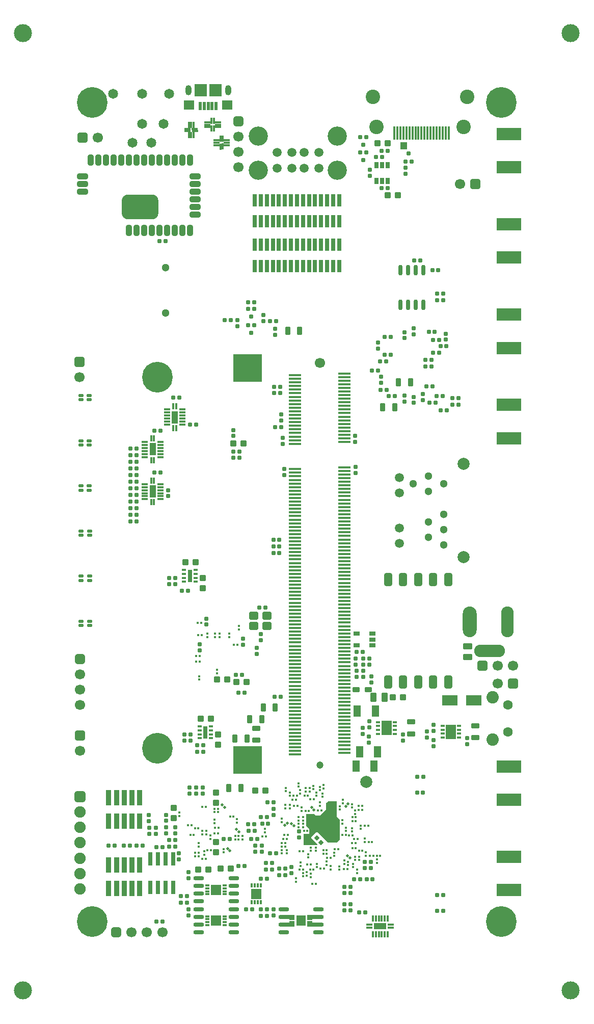
<source format=gbs>
G04*
G04 #@! TF.GenerationSoftware,Altium Limited,Altium Designer,18.1.9 (240)*
G04*
G04 Layer_Color=16711935*
%FSLAX44Y44*%
%MOMM*%
G71*
G01*
G75*
%ADD81C,0.3500*%
%ADD86C,0.5000*%
%ADD89C,1.6000*%
G04:AMPARAMS|DCode=117|XSize=0.7mm|YSize=0.7mm|CornerRadius=0.11mm|HoleSize=0mm|Usage=FLASHONLY|Rotation=180.000|XOffset=0mm|YOffset=0mm|HoleType=Round|Shape=RoundedRectangle|*
%AMROUNDEDRECTD117*
21,1,0.7000,0.4800,0,0,180.0*
21,1,0.4800,0.7000,0,0,180.0*
1,1,0.2200,-0.2400,0.2400*
1,1,0.2200,0.2400,0.2400*
1,1,0.2200,0.2400,-0.2400*
1,1,0.2200,-0.2400,-0.2400*
%
%ADD117ROUNDEDRECTD117*%
%ADD118R,0.6500X2.3000*%
%ADD133R,0.7400X2.0900*%
%ADD134R,0.7400X0.4400*%
%ADD144C,2.0000*%
G04:AMPARAMS|DCode=145|XSize=1.4mm|YSize=0.9mm|CornerRadius=0.15mm|HoleSize=0mm|Usage=FLASHONLY|Rotation=270.000|XOffset=0mm|YOffset=0mm|HoleType=Round|Shape=RoundedRectangle|*
%AMROUNDEDRECTD145*
21,1,1.4000,0.6000,0,0,270.0*
21,1,1.1000,0.9000,0,0,270.0*
1,1,0.3000,-0.3000,-0.5500*
1,1,0.3000,-0.3000,0.5500*
1,1,0.3000,0.3000,0.5500*
1,1,0.3000,0.3000,-0.5500*
%
%ADD145ROUNDEDRECTD145*%
G04:AMPARAMS|DCode=146|XSize=1.4mm|YSize=0.9mm|CornerRadius=0.15mm|HoleSize=0mm|Usage=FLASHONLY|Rotation=0.000|XOffset=0mm|YOffset=0mm|HoleType=Round|Shape=RoundedRectangle|*
%AMROUNDEDRECTD146*
21,1,1.4000,0.6000,0,0,0.0*
21,1,1.1000,0.9000,0,0,0.0*
1,1,0.3000,0.5500,-0.3000*
1,1,0.3000,-0.5500,-0.3000*
1,1,0.3000,-0.5500,0.3000*
1,1,0.3000,0.5500,0.3000*
%
%ADD146ROUNDEDRECTD146*%
G04:AMPARAMS|DCode=147|XSize=0.7mm|YSize=0.7mm|CornerRadius=0.11mm|HoleSize=0mm|Usage=FLASHONLY|Rotation=90.000|XOffset=0mm|YOffset=0mm|HoleType=Round|Shape=RoundedRectangle|*
%AMROUNDEDRECTD147*
21,1,0.7000,0.4800,0,0,90.0*
21,1,0.4800,0.7000,0,0,90.0*
1,1,0.2200,0.2400,0.2400*
1,1,0.2200,0.2400,-0.2400*
1,1,0.2200,-0.2400,-0.2400*
1,1,0.2200,-0.2400,0.2400*
%
%ADD147ROUNDEDRECTD147*%
G04:AMPARAMS|DCode=148|XSize=0.6mm|YSize=0.7mm|CornerRadius=0.1mm|HoleSize=0mm|Usage=FLASHONLY|Rotation=180.000|XOffset=0mm|YOffset=0mm|HoleType=Round|Shape=RoundedRectangle|*
%AMROUNDEDRECTD148*
21,1,0.6000,0.5000,0,0,180.0*
21,1,0.4000,0.7000,0,0,180.0*
1,1,0.2000,-0.2000,0.2500*
1,1,0.2000,0.2000,0.2500*
1,1,0.2000,0.2000,-0.2500*
1,1,0.2000,-0.2000,-0.2500*
%
%ADD148ROUNDEDRECTD148*%
G04:AMPARAMS|DCode=149|XSize=0.6mm|YSize=0.7mm|CornerRadius=0.1mm|HoleSize=0mm|Usage=FLASHONLY|Rotation=90.000|XOffset=0mm|YOffset=0mm|HoleType=Round|Shape=RoundedRectangle|*
%AMROUNDEDRECTD149*
21,1,0.6000,0.5000,0,0,90.0*
21,1,0.4000,0.7000,0,0,90.0*
1,1,0.2000,0.2500,0.2000*
1,1,0.2000,0.2500,-0.2000*
1,1,0.2000,-0.2500,-0.2000*
1,1,0.2000,-0.2500,0.2000*
%
%ADD149ROUNDEDRECTD149*%
%ADD153R,0.4000X0.4500*%
G04:AMPARAMS|DCode=157|XSize=1.1mm|YSize=1mm|CornerRadius=0.1625mm|HoleSize=0mm|Usage=FLASHONLY|Rotation=180.000|XOffset=0mm|YOffset=0mm|HoleType=Round|Shape=RoundedRectangle|*
%AMROUNDEDRECTD157*
21,1,1.1000,0.6750,0,0,180.0*
21,1,0.7750,1.0000,0,0,180.0*
1,1,0.3250,-0.3875,0.3375*
1,1,0.3250,0.3875,0.3375*
1,1,0.3250,0.3875,-0.3375*
1,1,0.3250,-0.3875,-0.3375*
%
%ADD157ROUNDEDRECTD157*%
G04:AMPARAMS|DCode=158|XSize=1.9mm|YSize=1.25mm|CornerRadius=0.1938mm|HoleSize=0mm|Usage=FLASHONLY|Rotation=90.000|XOffset=0mm|YOffset=0mm|HoleType=Round|Shape=RoundedRectangle|*
%AMROUNDEDRECTD158*
21,1,1.9000,0.8625,0,0,90.0*
21,1,1.5125,1.2500,0,0,90.0*
1,1,0.3875,0.4313,0.7563*
1,1,0.3875,0.4313,-0.7563*
1,1,0.3875,-0.4313,-0.7563*
1,1,0.3875,-0.4313,0.7563*
%
%ADD158ROUNDEDRECTD158*%
%ADD161C,3.0000*%
%ADD167R,4.1000X2.1000*%
G04:AMPARAMS|DCode=176|XSize=1.5mm|YSize=1.3mm|CornerRadius=0.2mm|HoleSize=0mm|Usage=FLASHONLY|Rotation=180.000|XOffset=0mm|YOffset=0mm|HoleType=Round|Shape=RoundedRectangle|*
%AMROUNDEDRECTD176*
21,1,1.5000,0.9000,0,0,180.0*
21,1,1.1000,1.3000,0,0,180.0*
1,1,0.4000,-0.5500,0.4500*
1,1,0.4000,0.5500,0.4500*
1,1,0.4000,0.5500,-0.4500*
1,1,0.4000,-0.5500,-0.4500*
%
%ADD176ROUNDEDRECTD176*%
G04:AMPARAMS|DCode=185|XSize=0.7mm|YSize=0.7mm|CornerRadius=0.11mm|HoleSize=0mm|Usage=FLASHONLY|Rotation=45.000|XOffset=0mm|YOffset=0mm|HoleType=Round|Shape=RoundedRectangle|*
%AMROUNDEDRECTD185*
21,1,0.7000,0.4800,0,0,45.0*
21,1,0.4800,0.7000,0,0,45.0*
1,1,0.2200,0.3394,0.0000*
1,1,0.2200,0.0000,-0.3394*
1,1,0.2200,-0.3394,0.0000*
1,1,0.2200,0.0000,0.3394*
%
%ADD185ROUNDEDRECTD185*%
%ADD187C,1.7000*%
G04:AMPARAMS|DCode=193|XSize=1.1mm|YSize=1mm|CornerRadius=0.1625mm|HoleSize=0mm|Usage=FLASHONLY|Rotation=270.000|XOffset=0mm|YOffset=0mm|HoleType=Round|Shape=RoundedRectangle|*
%AMROUNDEDRECTD193*
21,1,1.1000,0.6750,0,0,270.0*
21,1,0.7750,1.0000,0,0,270.0*
1,1,0.3250,-0.3375,-0.3875*
1,1,0.3250,-0.3375,0.3875*
1,1,0.3250,0.3375,0.3875*
1,1,0.3250,0.3375,-0.3875*
%
%ADD193ROUNDEDRECTD193*%
G04:AMPARAMS|DCode=194|XSize=0.7mm|YSize=1.1mm|CornerRadius=0.125mm|HoleSize=0mm|Usage=FLASHONLY|Rotation=270.000|XOffset=0mm|YOffset=0mm|HoleType=Round|Shape=RoundedRectangle|*
%AMROUNDEDRECTD194*
21,1,0.7000,0.8500,0,0,270.0*
21,1,0.4500,1.1000,0,0,270.0*
1,1,0.2500,-0.4250,-0.2250*
1,1,0.2500,-0.4250,0.2250*
1,1,0.2500,0.4250,0.2250*
1,1,0.2500,0.4250,-0.2250*
%
%ADD194ROUNDEDRECTD194*%
%ADD200R,1.7000X2.4500*%
%ADD201R,0.8000X0.4000*%
G04:AMPARAMS|DCode=205|XSize=1.5mm|YSize=1.1mm|CornerRadius=0.175mm|HoleSize=0mm|Usage=FLASHONLY|Rotation=270.000|XOffset=0mm|YOffset=0mm|HoleType=Round|Shape=RoundedRectangle|*
%AMROUNDEDRECTD205*
21,1,1.5000,0.7500,0,0,270.0*
21,1,1.1500,1.1000,0,0,270.0*
1,1,0.3500,-0.3750,-0.5750*
1,1,0.3500,-0.3750,0.5750*
1,1,0.3500,0.3750,0.5750*
1,1,0.3500,0.3750,-0.5750*
%
%ADD205ROUNDEDRECTD205*%
G04:AMPARAMS|DCode=206|XSize=1.5mm|YSize=1.1mm|CornerRadius=0.175mm|HoleSize=0mm|Usage=FLASHONLY|Rotation=0.000|XOffset=0mm|YOffset=0mm|HoleType=Round|Shape=RoundedRectangle|*
%AMROUNDEDRECTD206*
21,1,1.5000,0.7500,0,0,0.0*
21,1,1.1500,1.1000,0,0,0.0*
1,1,0.3500,0.5750,-0.3750*
1,1,0.3500,-0.5750,-0.3750*
1,1,0.3500,-0.5750,0.3750*
1,1,0.3500,0.5750,0.3750*
%
%ADD206ROUNDEDRECTD206*%
G04:AMPARAMS|DCode=208|XSize=0.7mm|YSize=1.1mm|CornerRadius=0.125mm|HoleSize=0mm|Usage=FLASHONLY|Rotation=0.000|XOffset=0mm|YOffset=0mm|HoleType=Round|Shape=RoundedRectangle|*
%AMROUNDEDRECTD208*
21,1,0.7000,0.8500,0,0,0.0*
21,1,0.4500,1.1000,0,0,0.0*
1,1,0.2500,0.2250,-0.4250*
1,1,0.2500,-0.2250,-0.4250*
1,1,0.2500,-0.2250,0.4250*
1,1,0.2500,0.2250,0.4250*
%
%ADD208ROUNDEDRECTD208*%
G04:AMPARAMS|DCode=214|XSize=1.624mm|YSize=1.624mm|CornerRadius=0.2405mm|HoleSize=0mm|Usage=FLASHONLY|Rotation=270.000|XOffset=0mm|YOffset=0mm|HoleType=Round|Shape=RoundedRectangle|*
%AMROUNDEDRECTD214*
21,1,1.6240,1.1430,0,0,270.0*
21,1,1.1430,1.6240,0,0,270.0*
1,1,0.4810,-0.5715,-0.5715*
1,1,0.4810,-0.5715,0.5715*
1,1,0.4810,0.5715,0.5715*
1,1,0.4810,0.5715,-0.5715*
%
%ADD214ROUNDEDRECTD214*%
%ADD215C,5.1000*%
%ADD216C,1.2000*%
%ADD217C,2.0500*%
%ADD218C,1.3000*%
%ADD219C,1.5000*%
%ADD220O,5.1000X2.1000*%
%ADD221O,2.3000X5.1000*%
%ADD222O,2.1000X5.1000*%
G04:AMPARAMS|DCode=223|XSize=1.7mm|YSize=1.7mm|CornerRadius=0.45mm|HoleSize=0mm|Usage=FLASHONLY|Rotation=270.000|XOffset=0mm|YOffset=0mm|HoleType=Round|Shape=RoundedRectangle|*
%AMROUNDEDRECTD223*
21,1,1.7000,0.8000,0,0,270.0*
21,1,0.8000,1.7000,0,0,270.0*
1,1,0.9000,-0.4000,-0.4000*
1,1,0.9000,-0.4000,0.4000*
1,1,0.9000,0.4000,0.4000*
1,1,0.9000,0.4000,-0.4000*
%
%ADD223ROUNDEDRECTD223*%
%ADD224C,1.9000*%
G04:AMPARAMS|DCode=225|XSize=1.9mm|YSize=1.9mm|CornerRadius=0.5mm|HoleSize=0mm|Usage=FLASHONLY|Rotation=270.000|XOffset=0mm|YOffset=0mm|HoleType=Round|Shape=RoundedRectangle|*
%AMROUNDEDRECTD225*
21,1,1.9000,0.9000,0,0,270.0*
21,1,0.9000,1.9000,0,0,270.0*
1,1,1.0000,-0.4500,-0.4500*
1,1,1.0000,-0.4500,0.4500*
1,1,1.0000,0.4500,0.4500*
1,1,1.0000,0.4500,-0.4500*
%
%ADD225ROUNDEDRECTD225*%
G04:AMPARAMS|DCode=226|XSize=1.7mm|YSize=1.7mm|CornerRadius=0.45mm|HoleSize=0mm|Usage=FLASHONLY|Rotation=0.000|XOffset=0mm|YOffset=0mm|HoleType=Round|Shape=RoundedRectangle|*
%AMROUNDEDRECTD226*
21,1,1.7000,0.8000,0,0,0.0*
21,1,0.8000,1.7000,0,0,0.0*
1,1,0.9000,0.4000,-0.4000*
1,1,0.9000,-0.4000,-0.4000*
1,1,0.9000,-0.4000,0.4000*
1,1,0.9000,0.4000,0.4000*
%
%ADD226ROUNDEDRECTD226*%
%ADD227C,2.4000*%
%ADD228C,1.6500*%
G04:AMPARAMS|DCode=229|XSize=1.624mm|YSize=1.624mm|CornerRadius=0.2405mm|HoleSize=0mm|Usage=FLASHONLY|Rotation=180.000|XOffset=0mm|YOffset=0mm|HoleType=Round|Shape=RoundedRectangle|*
%AMROUNDEDRECTD229*
21,1,1.6240,1.1430,0,0,180.0*
21,1,1.1430,1.6240,0,0,180.0*
1,1,0.4810,-0.5715,0.5715*
1,1,0.4810,0.5715,0.5715*
1,1,0.4810,0.5715,-0.5715*
1,1,0.4810,-0.5715,-0.5715*
%
%ADD229ROUNDEDRECTD229*%
%ADD230O,1.0000X1.7000*%
%ADD231C,3.2000*%
%ADD318R,0.7000X2.1000*%
%ADD319R,1.8000X1.8000*%
%ADD320R,0.7400X0.3900*%
%ADD321R,0.4200X1.0100*%
%ADD322R,1.0100X0.4200*%
%ADD323R,1.1100X0.4200*%
%ADD324O,1.8000X0.7000*%
%ADD325R,1.7000X1.7000*%
%ADD326R,0.3500X0.7250*%
%ADD327R,0.4500X0.4000*%
G04:AMPARAMS|DCode=328|XSize=0.4mm|YSize=0.45mm|CornerRadius=0mm|HoleSize=0mm|Usage=FLASHONLY|Rotation=135.000|XOffset=0mm|YOffset=0mm|HoleType=Round|Shape=Rectangle|*
%AMROTATEDRECTD328*
4,1,4,0.3005,0.0177,-0.0177,-0.3005,-0.3005,-0.0177,0.0177,0.3005,0.3005,0.0177,0.0*
%
%ADD328ROTATEDRECTD328*%

G04:AMPARAMS|DCode=329|XSize=0.4mm|YSize=0.45mm|CornerRadius=0mm|HoleSize=0mm|Usage=FLASHONLY|Rotation=45.000|XOffset=0mm|YOffset=0mm|HoleType=Round|Shape=Rectangle|*
%AMROTATEDRECTD329*
4,1,4,0.0177,-0.3005,-0.3005,0.0177,-0.0177,0.3005,0.3005,-0.0177,0.0177,-0.3005,0.0*
%
%ADD329ROTATEDRECTD329*%

G04:AMPARAMS|DCode=330|XSize=0.6mm|YSize=0.7mm|CornerRadius=0.1125mm|HoleSize=0mm|Usage=FLASHONLY|Rotation=0.000|XOffset=0mm|YOffset=0mm|HoleType=Round|Shape=RoundedRectangle|*
%AMROUNDEDRECTD330*
21,1,0.6000,0.4750,0,0,0.0*
21,1,0.3750,0.7000,0,0,0.0*
1,1,0.2250,0.1875,-0.2375*
1,1,0.2250,-0.1875,-0.2375*
1,1,0.2250,-0.1875,0.2375*
1,1,0.2250,0.1875,0.2375*
%
%ADD330ROUNDEDRECTD330*%
%ADD331R,2.1000X0.4500*%
%ADD332R,4.7000X4.6000*%
%ADD333R,0.8500X2.5000*%
G04:AMPARAMS|DCode=334|XSize=0.8mm|YSize=0.5mm|CornerRadius=0.1mm|HoleSize=0mm|Usage=FLASHONLY|Rotation=180.000|XOffset=0mm|YOffset=0mm|HoleType=Round|Shape=RoundedRectangle|*
%AMROUNDEDRECTD334*
21,1,0.8000,0.3000,0,0,180.0*
21,1,0.6000,0.5000,0,0,180.0*
1,1,0.2000,-0.3000,0.1500*
1,1,0.2000,0.3000,0.1500*
1,1,0.2000,0.3000,-0.1500*
1,1,0.2000,-0.3000,-0.1500*
%
%ADD334ROUNDEDRECTD334*%
%ADD335O,0.7000X1.8000*%
%ADD336R,0.4000X2.2000*%
%ADD337R,1.0000X2.0000*%
%ADD338R,0.3500X1.0000*%
%ADD339R,1.0000X0.3500*%
G04:AMPARAMS|DCode=340|XSize=1mm|YSize=1.8mm|CornerRadius=0.275mm|HoleSize=0mm|Usage=FLASHONLY|Rotation=180.000|XOffset=0mm|YOffset=0mm|HoleType=Round|Shape=RoundedRectangle|*
%AMROUNDEDRECTD340*
21,1,1.0000,1.2500,0,0,180.0*
21,1,0.4500,1.8000,0,0,180.0*
1,1,0.5500,-0.2250,0.6250*
1,1,0.5500,0.2250,0.6250*
1,1,0.5500,0.2250,-0.6250*
1,1,0.5500,-0.2250,-0.6250*
%
%ADD340ROUNDEDRECTD340*%
G04:AMPARAMS|DCode=341|XSize=1mm|YSize=1.8mm|CornerRadius=0.275mm|HoleSize=0mm|Usage=FLASHONLY|Rotation=270.000|XOffset=0mm|YOffset=0mm|HoleType=Round|Shape=RoundedRectangle|*
%AMROUNDEDRECTD341*
21,1,1.0000,1.2500,0,0,270.0*
21,1,0.4500,1.8000,0,0,270.0*
1,1,0.5500,-0.6250,-0.2250*
1,1,0.5500,-0.6250,0.2250*
1,1,0.5500,0.6250,0.2250*
1,1,0.5500,0.6250,-0.2250*
%
%ADD341ROUNDEDRECTD341*%
G04:AMPARAMS|DCode=342|XSize=6.1mm|YSize=4.1mm|CornerRadius=1.05mm|HoleSize=0mm|Usage=FLASHONLY|Rotation=0.000|XOffset=0mm|YOffset=0mm|HoleType=Round|Shape=RoundedRectangle|*
%AMROUNDEDRECTD342*
21,1,6.1000,2.0000,0,0,0.0*
21,1,4.0000,4.1000,0,0,0.0*
1,1,2.1000,2.0000,-1.0000*
1,1,2.1000,-2.0000,-1.0000*
1,1,2.1000,-2.0000,1.0000*
1,1,2.1000,2.0000,1.0000*
%
%ADD342ROUNDEDRECTD342*%
%ADD343R,0.5000X1.4500*%
%ADD344R,1.7000X1.5000*%
%ADD345R,2.0000X2.0000*%
%ADD346R,0.4200X1.1100*%
G04:AMPARAMS|DCode=347|XSize=1.2mm|YSize=0.8mm|CornerRadius=0.1375mm|HoleSize=0mm|Usage=FLASHONLY|Rotation=0.000|XOffset=0mm|YOffset=0mm|HoleType=Round|Shape=RoundedRectangle|*
%AMROUNDEDRECTD347*
21,1,1.2000,0.5250,0,0,0.0*
21,1,0.9250,0.8000,0,0,0.0*
1,1,0.2750,0.4625,-0.2625*
1,1,0.2750,-0.4625,-0.2625*
1,1,0.2750,-0.4625,0.2625*
1,1,0.2750,0.4625,0.2625*
%
%ADD347ROUNDEDRECTD347*%
G04:AMPARAMS|DCode=348|XSize=2.2mm|YSize=1.4mm|CornerRadius=0.375mm|HoleSize=0mm|Usage=FLASHONLY|Rotation=90.000|XOffset=0mm|YOffset=0mm|HoleType=Round|Shape=RoundedRectangle|*
%AMROUNDEDRECTD348*
21,1,2.2000,0.6500,0,0,90.0*
21,1,1.4500,1.4000,0,0,90.0*
1,1,0.7500,0.3250,0.7250*
1,1,0.7500,0.3250,-0.7250*
1,1,0.7500,-0.3250,-0.7250*
1,1,0.7500,-0.3250,0.7250*
%
%ADD348ROUNDEDRECTD348*%
%ADD349R,2.6000X1.8000*%
%ADD350R,1.5000X1.7000*%
%ADD351R,0.9000X0.4000*%
%ADD352R,2.0000X1.0000*%
G36*
X558250Y1317750D02*
X546750Y1317750D01*
Y1329250D01*
X558250Y1329250D01*
Y1317750D01*
D02*
G37*
G36*
X440782Y234771D02*
X440877Y234743D01*
X440963Y234696D01*
X441040Y234634D01*
X441102Y234557D01*
X441148Y234471D01*
X441177Y234376D01*
X441187Y234278D01*
X441187Y208392D01*
X445914Y203664D01*
X445915Y203664D01*
X445943Y203630D01*
X445977Y203588D01*
X446024Y203501D01*
X446052Y203407D01*
X446057Y203358D01*
X446062Y203309D01*
X446062Y203309D01*
X446062Y170747D01*
X446052Y170649D01*
X446030Y170576D01*
X446023Y170555D01*
X445977Y170468D01*
X445915Y170392D01*
X445914Y170391D01*
X441946Y166423D01*
X441870Y166360D01*
X441783Y166314D01*
X441761Y166307D01*
X441688Y166285D01*
X441639Y166280D01*
X441590Y166275D01*
X441590Y166276D01*
X426560Y166276D01*
X426560Y166276D01*
X426470Y166284D01*
X426462Y166285D01*
X426367Y166314D01*
X426281Y166360D01*
X426239Y166395D01*
X426204Y166423D01*
X426204Y166423D01*
X409601Y183025D01*
X407267Y183026D01*
X399062Y174820D01*
X399062Y172907D01*
X408665Y163304D01*
X408665Y163304D01*
X408693Y163269D01*
X408727Y163227D01*
X408774Y163141D01*
X408802Y163046D01*
X408812Y162948D01*
X408812Y162948D01*
Y162278D01*
X408802Y162180D01*
X408774Y162086D01*
X408727Y161999D01*
X408665Y161923D01*
X408588Y161860D01*
X408502Y161814D01*
X408407Y161785D01*
X408309Y161776D01*
X386809D01*
X386711Y161785D01*
X386617Y161814D01*
X386530Y161860D01*
X386454Y161923D01*
X386392Y161999D01*
X386345Y162086D01*
X386317Y162180D01*
X386307Y162278D01*
Y179778D01*
X386317Y179876D01*
X386345Y179970D01*
X386392Y180057D01*
X386454Y180133D01*
X386530Y180196D01*
X386617Y180242D01*
X386711Y180271D01*
X386809Y180280D01*
X395748Y180280D01*
X395747Y188734D01*
X390704Y193777D01*
X390642Y193853D01*
X390595Y193940D01*
X390567Y194034D01*
X390562Y194083D01*
X390557Y194132D01*
X390557Y194132D01*
X390557Y212688D01*
X390567Y212786D01*
X390595Y212880D01*
X390642Y212967D01*
X390704Y213043D01*
X390780Y213106D01*
X390867Y213152D01*
X390961Y213181D01*
X391059Y213191D01*
X403899D01*
X403899Y213191D01*
X403950Y213186D01*
X403997Y213181D01*
X404069Y213159D01*
X404091Y213152D01*
X404178Y213106D01*
X404213Y213078D01*
X404254Y213043D01*
X404254Y213043D01*
X406517Y210780D01*
X413351Y210780D01*
X423717Y221147D01*
X423717Y231688D01*
X423717Y231688D01*
X423722Y231737D01*
X423727Y231786D01*
X423756Y231881D01*
X423802Y231967D01*
X423836Y232009D01*
X423865Y232044D01*
X423865Y232044D01*
X426455Y234634D01*
X426531Y234696D01*
X426618Y234742D01*
X426639Y234749D01*
X426712Y234771D01*
X426761Y234776D01*
X426810Y234781D01*
X426810Y234781D01*
X440684Y234781D01*
X440782Y234771D01*
D02*
G37*
G36*
X409250Y39200D02*
X392000D01*
Y45950D01*
X409250D01*
Y39200D01*
D02*
G37*
G36*
X371000Y39200D02*
X353750D01*
Y45950D01*
X371000D01*
Y39200D01*
D02*
G37*
G36*
X409250Y26500D02*
X392000D01*
Y33250D01*
X409250D01*
Y26500D01*
D02*
G37*
G36*
X371000Y26500D02*
X353750D01*
Y33250D01*
X371000D01*
Y26500D01*
D02*
G37*
D81*
X556500Y1319500D02*
D03*
Y1323500D02*
D03*
Y1327500D02*
D03*
X552500Y1319500D02*
D03*
Y1323500D02*
D03*
Y1327500D02*
D03*
X548500Y1319500D02*
D03*
Y1323500D02*
D03*
Y1327500D02*
D03*
D86*
X197000Y604900D02*
D03*
Y613100D02*
D03*
X222500Y353100D02*
D03*
Y344900D02*
D03*
D89*
X725450Y394500D02*
D03*
Y349500D02*
D03*
D117*
X336750Y922500D02*
D03*
Y912500D02*
D03*
X349000Y876750D02*
D03*
Y866750D02*
D03*
X269250Y851250D02*
D03*
Y841250D02*
D03*
X484046Y356540D02*
D03*
Y346540D02*
D03*
X495046Y367540D02*
D03*
Y357540D02*
D03*
X590880Y340360D02*
D03*
X590880Y350360D02*
D03*
X601880Y361360D02*
D03*
Y351360D02*
D03*
X218720Y257438D02*
D03*
Y247438D02*
D03*
X178720Y137938D02*
D03*
Y147938D02*
D03*
X196720Y257438D02*
D03*
Y247438D02*
D03*
X207720Y257438D02*
D03*
Y247438D02*
D03*
X569000Y1010250D02*
D03*
Y1020250D02*
D03*
X584000Y901000D02*
D03*
Y911000D02*
D03*
X305970Y150938D02*
D03*
Y160938D02*
D03*
X316970Y150938D02*
D03*
Y160938D02*
D03*
X378570Y174242D02*
D03*
Y184242D02*
D03*
X335970Y221938D02*
D03*
Y211938D02*
D03*
X172720Y180938D02*
D03*
Y190938D02*
D03*
X157720Y211938D02*
D03*
Y201938D02*
D03*
X157720Y180938D02*
D03*
Y190938D02*
D03*
X338750Y1009250D02*
D03*
Y1019250D02*
D03*
X319354Y1042354D02*
D03*
Y1032354D02*
D03*
X276000Y1033750D02*
D03*
Y1023750D02*
D03*
X285500Y504750D02*
D03*
Y494750D02*
D03*
X308250Y489000D02*
D03*
Y479000D02*
D03*
X496000Y1273250D02*
D03*
Y1283250D02*
D03*
X161000Y741250D02*
D03*
Y751250D02*
D03*
X555600Y1286750D02*
D03*
Y1276750D02*
D03*
X498750Y432000D02*
D03*
Y442000D02*
D03*
X495546Y471750D02*
D03*
Y461750D02*
D03*
X474546Y441250D02*
D03*
Y451250D02*
D03*
X472309Y461750D02*
D03*
X472309Y471750D02*
D03*
X129250Y180500D02*
D03*
Y190500D02*
D03*
X140250Y180500D02*
D03*
Y190500D02*
D03*
D118*
X169550Y91000D02*
D03*
X156850D02*
D03*
X144150D02*
D03*
X131450D02*
D03*
X169550Y139000D02*
D03*
X156850D02*
D03*
X144150D02*
D03*
X131450D02*
D03*
D133*
X197000Y609000D02*
D03*
X222500Y349000D02*
D03*
D134*
X187500Y599250D02*
D03*
Y605750D02*
D03*
Y612250D02*
D03*
Y618750D02*
D03*
X206500D02*
D03*
Y612250D02*
D03*
Y605750D02*
D03*
Y599250D02*
D03*
X232000Y339250D02*
D03*
Y345750D02*
D03*
Y352250D02*
D03*
Y358750D02*
D03*
X213000D02*
D03*
Y352250D02*
D03*
Y345750D02*
D03*
Y339250D02*
D03*
D144*
X490500Y267000D02*
D03*
X652149Y640050D02*
D03*
X652149Y794950D02*
D03*
D145*
X262000Y256578D02*
D03*
X282000Y256578D02*
D03*
X517500Y889000D02*
D03*
X537500D02*
D03*
X544000Y930500D02*
D03*
X564000D02*
D03*
X379520Y1016000D02*
D03*
X359520D02*
D03*
X316750Y370500D02*
D03*
X296750D02*
D03*
X291750Y339000D02*
D03*
X271750D02*
D03*
X339000Y390250D02*
D03*
X319000D02*
D03*
D146*
X564796Y346290D02*
D03*
Y366290D02*
D03*
X671630Y340110D02*
D03*
Y360110D02*
D03*
X307000Y335750D02*
D03*
Y355750D02*
D03*
D147*
X605000Y896750D02*
D03*
X595000D02*
D03*
X633500Y904000D02*
D03*
X643500D02*
D03*
X335750Y646750D02*
D03*
X345750D02*
D03*
X335750Y657750D02*
D03*
X345750D02*
D03*
X335750Y668750D02*
D03*
X345750D02*
D03*
X339000Y855750D02*
D03*
X349000D02*
D03*
X338250Y408250D02*
D03*
X348250D02*
D03*
X87250Y160938D02*
D03*
X97250D02*
D03*
X118250D02*
D03*
X108250D02*
D03*
X62000Y160500D02*
D03*
X72000D02*
D03*
X325000Y55250D02*
D03*
X315000D02*
D03*
X300750D02*
D03*
X290750D02*
D03*
X325000Y44250D02*
D03*
X315000D02*
D03*
X182000Y77400D02*
D03*
X192000D02*
D03*
X182000Y66200D02*
D03*
X192000D02*
D03*
X162720Y158938D02*
D03*
X172720D02*
D03*
X162720Y169938D02*
D03*
X172720D02*
D03*
X601250Y979250D02*
D03*
X611250D02*
D03*
X513250Y965250D02*
D03*
X523250D02*
D03*
X623500Y990250D02*
D03*
X613500D02*
D03*
X330170Y148388D02*
D03*
X340170D02*
D03*
X298720Y171938D02*
D03*
X308720D02*
D03*
X326220Y232938D02*
D03*
X336220D02*
D03*
X355320Y122992D02*
D03*
X345320D02*
D03*
X333310Y121055D02*
D03*
X323310D02*
D03*
X333220Y132188D02*
D03*
X323220D02*
D03*
X355320Y111992D02*
D03*
X345320D02*
D03*
X327220Y196938D02*
D03*
X317220D02*
D03*
X314970Y207938D02*
D03*
X324970D02*
D03*
X303720Y196438D02*
D03*
X293720D02*
D03*
X277720Y126938D02*
D03*
X287720D02*
D03*
X253220Y171938D02*
D03*
X263220D02*
D03*
X294970Y185438D02*
D03*
X304970D02*
D03*
X608313Y1077750D02*
D03*
X618313D02*
D03*
X608313Y1066750D02*
D03*
X618313D02*
D03*
X579750Y1132750D02*
D03*
X569750D02*
D03*
X304000Y1063250D02*
D03*
X294000Y1063250D02*
D03*
X255000Y1033750D02*
D03*
X265000D02*
D03*
X340354Y1032354D02*
D03*
X330354D02*
D03*
X598250Y968000D02*
D03*
X588250D02*
D03*
X598250Y957000D02*
D03*
X588250D02*
D03*
X277585Y414500D02*
D03*
X287585D02*
D03*
X98000Y699250D02*
D03*
X108000D02*
D03*
X98000Y721250D02*
D03*
X108000D02*
D03*
X98080Y743250D02*
D03*
X108080D02*
D03*
X98052Y765250D02*
D03*
X108052D02*
D03*
X98000Y710250D02*
D03*
X108000D02*
D03*
X98080Y732250D02*
D03*
X108080D02*
D03*
X98080Y754250D02*
D03*
X108080D02*
D03*
X98080Y776250D02*
D03*
X108080D02*
D03*
X108068Y820250D02*
D03*
X98068D02*
D03*
X98080Y798250D02*
D03*
X108080D02*
D03*
Y809250D02*
D03*
X98080D02*
D03*
X98080Y787250D02*
D03*
X108080D02*
D03*
X516500Y1304750D02*
D03*
X506500D02*
D03*
X197500Y860000D02*
D03*
X207500D02*
D03*
X474559Y482750D02*
D03*
X484559D02*
D03*
X219050Y327750D02*
D03*
X209050D02*
D03*
X188050Y335250D02*
D03*
X198050D02*
D03*
X209050Y316750D02*
D03*
X219050D02*
D03*
X162550Y595250D02*
D03*
X172550D02*
D03*
X183550Y584250D02*
D03*
X193550D02*
D03*
X156500Y1164750D02*
D03*
X146500D02*
D03*
D148*
X472250Y779500D02*
D03*
Y789500D02*
D03*
X471750Y841250D02*
D03*
Y831250D02*
D03*
X351750Y838000D02*
D03*
Y828000D02*
D03*
X353750Y776250D02*
D03*
Y786250D02*
D03*
X347250Y922500D02*
D03*
Y912500D02*
D03*
X194800Y55050D02*
D03*
Y45050D02*
D03*
X550796Y335290D02*
D03*
Y345290D02*
D03*
X494796Y332040D02*
D03*
Y342040D02*
D03*
X194750Y106500D02*
D03*
Y116500D02*
D03*
X657630Y329110D02*
D03*
Y339110D02*
D03*
X601630Y325860D02*
D03*
Y335860D02*
D03*
X497720Y123938D02*
D03*
Y133938D02*
D03*
X487720D02*
D03*
Y123938D02*
D03*
X554000Y898250D02*
D03*
Y908250D02*
D03*
X569000Y906250D02*
D03*
Y896250D02*
D03*
X554000Y1013750D02*
D03*
Y1003750D02*
D03*
X515000Y929500D02*
D03*
Y939500D02*
D03*
X622000Y1001250D02*
D03*
Y1011250D02*
D03*
X509500Y986250D02*
D03*
Y996250D02*
D03*
X366029Y124951D02*
D03*
Y114951D02*
D03*
X213250Y495000D02*
D03*
Y485000D02*
D03*
X224422Y538000D02*
D03*
Y528000D02*
D03*
X314750Y502250D02*
D03*
Y512250D02*
D03*
X485029Y471750D02*
D03*
Y461750D02*
D03*
X485047Y441250D02*
D03*
Y451250D02*
D03*
X336500Y45206D02*
D03*
Y55206D02*
D03*
X128750Y211500D02*
D03*
Y201500D02*
D03*
D149*
X151750Y158500D02*
D03*
X141750D02*
D03*
X151250Y35000D02*
D03*
X141250D02*
D03*
X279250Y815250D02*
D03*
X269250D02*
D03*
Y805250D02*
D03*
X279250D02*
D03*
X315000Y105750D02*
D03*
X325000D02*
D03*
X463782Y63255D02*
D03*
X453782D02*
D03*
Y53255D02*
D03*
X463782D02*
D03*
X453782Y92255D02*
D03*
X463782D02*
D03*
Y82255D02*
D03*
X453782D02*
D03*
X500720Y104688D02*
D03*
X490720D02*
D03*
X479720Y104688D02*
D03*
X469720D02*
D03*
X614000Y883500D02*
D03*
X624000D02*
D03*
X643500Y893500D02*
D03*
X633500Y893500D02*
D03*
X537250Y907500D02*
D03*
X527250D02*
D03*
X524250Y917500D02*
D03*
X514250D02*
D03*
X607000Y907250D02*
D03*
X617000D02*
D03*
X520750Y975750D02*
D03*
X530750D02*
D03*
X509500Y949750D02*
D03*
X499500D02*
D03*
X520750Y1005500D02*
D03*
X530750D02*
D03*
X594000Y1014000D02*
D03*
X604000D02*
D03*
X600250Y923750D02*
D03*
X590250D02*
D03*
X601500Y1000750D02*
D03*
X611500D02*
D03*
X610010Y1116875D02*
D03*
X600010D02*
D03*
X283750Y444750D02*
D03*
X273750D02*
D03*
X322750Y556250D02*
D03*
X312750D02*
D03*
X516000Y1253250D02*
D03*
X526000D02*
D03*
X516000Y1315250D02*
D03*
X526000D02*
D03*
X148000Y780250D02*
D03*
X138000D02*
D03*
X148250Y849750D02*
D03*
X138250D02*
D03*
X617750Y78750D02*
D03*
X607750D02*
D03*
X617750Y52354D02*
D03*
X607750D02*
D03*
X574500Y249000D02*
D03*
X584500D02*
D03*
X574750Y275500D02*
D03*
X584750D02*
D03*
X169500Y904750D02*
D03*
X179500D02*
D03*
X488750Y50250D02*
D03*
X478750D02*
D03*
X188050Y345750D02*
D03*
X198050D02*
D03*
X162550Y605750D02*
D03*
X172550D02*
D03*
D153*
X483250Y220208D02*
D03*
X477650D02*
D03*
X499859Y166778D02*
D03*
X494259D02*
D03*
X400450Y97500D02*
D03*
X406050D02*
D03*
X379509Y151528D02*
D03*
X385109D02*
D03*
X370259Y227028D02*
D03*
X375859D02*
D03*
X483859Y152028D02*
D03*
X478260D02*
D03*
X369120Y243938D02*
D03*
X374720D02*
D03*
X496259Y144028D02*
D03*
X501860D02*
D03*
X430659Y140778D02*
D03*
X425059D02*
D03*
X424609Y147028D02*
D03*
X419009D02*
D03*
X415520Y218938D02*
D03*
X409920D02*
D03*
X467009Y201528D02*
D03*
X472609D02*
D03*
X470249Y172118D02*
D03*
X475849D02*
D03*
X238920Y190688D02*
D03*
X244520D02*
D03*
X243770Y181438D02*
D03*
X238170D02*
D03*
X211270Y189688D02*
D03*
X205670D02*
D03*
X193870Y194688D02*
D03*
X199470D02*
D03*
X217920Y224938D02*
D03*
X223520D02*
D03*
X203520Y178938D02*
D03*
X197920D02*
D03*
X226370Y153000D02*
D03*
X231970D02*
D03*
X217920Y138688D02*
D03*
X223520D02*
D03*
X278020Y170688D02*
D03*
X272420D02*
D03*
X269520Y208938D02*
D03*
X263920D02*
D03*
X272420Y176688D02*
D03*
X278020D02*
D03*
X397609Y129778D02*
D03*
X392009D02*
D03*
X458859Y122278D02*
D03*
X453260D02*
D03*
X443559Y155028D02*
D03*
X437959D02*
D03*
X472889Y156808D02*
D03*
X467289D02*
D03*
X397259Y237492D02*
D03*
X402859D02*
D03*
X387409Y243688D02*
D03*
X393009D02*
D03*
X397009Y121028D02*
D03*
X402609D02*
D03*
X450459Y179028D02*
D03*
X456059D02*
D03*
X353920Y178438D02*
D03*
X359520D02*
D03*
X352170Y171938D02*
D03*
X357770D02*
D03*
X461570Y178028D02*
D03*
X467170D02*
D03*
X513359Y144028D02*
D03*
X507760D02*
D03*
X367470Y237442D02*
D03*
X373070D02*
D03*
X472120Y164742D02*
D03*
X466520D02*
D03*
X472609Y208028D02*
D03*
X467009D02*
D03*
X389170Y218188D02*
D03*
X394770D02*
D03*
X424609Y153528D02*
D03*
X419009D02*
D03*
X414010Y123028D02*
D03*
X419609D02*
D03*
X323270Y175938D02*
D03*
X317670D02*
D03*
X392320Y184992D02*
D03*
X386720D02*
D03*
X379520Y120992D02*
D03*
X385120D02*
D03*
X270200Y494750D02*
D03*
X275800D02*
D03*
X215643Y530907D02*
D03*
X210043D02*
D03*
X207500Y466250D02*
D03*
X213100D02*
D03*
X216643Y510750D02*
D03*
X211043D02*
D03*
X207500Y475875D02*
D03*
X213100D02*
D03*
X493425Y194132D02*
D03*
X487825D02*
D03*
X483300Y226727D02*
D03*
X477700D02*
D03*
D157*
X240720Y166438D02*
D03*
Y149438D02*
D03*
Y231688D02*
D03*
Y248688D02*
D03*
X170000Y206250D02*
D03*
Y223250D02*
D03*
X244250Y345750D02*
D03*
Y328750D02*
D03*
X218750Y605750D02*
D03*
Y588750D02*
D03*
D158*
X475250Y384000D02*
D03*
X505250D02*
D03*
X473000Y293250D02*
D03*
X503000D02*
D03*
X479000Y317000D02*
D03*
X509000D02*
D03*
D161*
X-80000Y1510000D02*
D03*
X830000Y1510000D02*
D03*
X830000Y-80000D02*
D03*
X-80000Y-80000D02*
D03*
D167*
X727000Y1137550D02*
D03*
Y1192950D02*
D03*
Y837550D02*
D03*
Y892950D02*
D03*
Y987550D02*
D03*
Y1042950D02*
D03*
Y87050D02*
D03*
Y142450D02*
D03*
Y292450D02*
D03*
Y237050D02*
D03*
Y1342950D02*
D03*
Y1287550D02*
D03*
D176*
X302750Y542750D02*
D03*
X324750D02*
D03*
Y525750D02*
D03*
X302750D02*
D03*
D185*
X415105Y166206D02*
D03*
X408034Y173277D02*
D03*
D187*
X734164Y460106D02*
D03*
X708764D02*
D03*
Y430106D02*
D03*
X413000Y962750D02*
D03*
X278000Y1338714D02*
D03*
Y1313286D02*
D03*
Y1287857D02*
D03*
X646100Y1260200D02*
D03*
X151179Y16523D02*
D03*
X125750D02*
D03*
X100321D02*
D03*
X13750Y938878D02*
D03*
X14000Y318071D02*
D03*
Y445128D02*
D03*
Y419700D02*
D03*
Y394271D02*
D03*
X44200Y1336750D02*
D03*
D193*
X269250Y828500D02*
D03*
X286250D02*
D03*
X306000Y251930D02*
D03*
X323000Y251930D02*
D03*
X227970Y120938D02*
D03*
X210970D02*
D03*
X248000Y123000D02*
D03*
X265000D02*
D03*
X242250Y436500D02*
D03*
X259250D02*
D03*
X274500Y432500D02*
D03*
X291500D02*
D03*
X526000Y1241000D02*
D03*
X543000D02*
D03*
X526000Y1327250D02*
D03*
X509000D02*
D03*
X551000Y407000D02*
D03*
X534000D02*
D03*
X232250Y371750D02*
D03*
X215250D02*
D03*
X206750Y631750D02*
D03*
X189750D02*
D03*
D194*
X474025Y512750D02*
D03*
X500025Y493750D02*
D03*
Y503250D02*
D03*
Y512750D02*
D03*
X474025Y493750D02*
D03*
D200*
X523750Y356180D02*
D03*
X630583Y350000D02*
D03*
D201*
X510000Y346430D02*
D03*
Y352930D02*
D03*
Y359430D02*
D03*
Y365930D02*
D03*
X537500D02*
D03*
Y359430D02*
D03*
Y352930D02*
D03*
Y346430D02*
D03*
X616833Y340250D02*
D03*
Y346750D02*
D03*
Y353250D02*
D03*
Y359750D02*
D03*
X644333D02*
D03*
Y353250D02*
D03*
Y346750D02*
D03*
Y340250D02*
D03*
D205*
X502500Y407000D02*
D03*
X520500D02*
D03*
D206*
X658750Y492250D02*
D03*
Y474250D02*
D03*
D208*
X526000Y1291250D02*
D03*
X507000Y1265250D02*
D03*
X516500D02*
D03*
X526000D02*
D03*
X507000Y1291250D02*
D03*
X516500D02*
D03*
D214*
X683364Y460106D02*
D03*
X734164Y430106D02*
D03*
X671500Y1260200D02*
D03*
X18800Y1336750D02*
D03*
D215*
X35000Y35000D02*
D03*
X715000Y35000D02*
D03*
Y1395000D02*
D03*
X35000Y1395000D02*
D03*
X143000Y322750D02*
D03*
Y938750D02*
D03*
D216*
X413000Y294750D02*
D03*
D217*
X700550Y336950D02*
D03*
Y407050D02*
D03*
D218*
X619149Y660350D02*
D03*
X593749Y673050D02*
D03*
X619149Y685750D02*
D03*
X593749Y698450D02*
D03*
X619149Y711150D02*
D03*
X593749Y749250D02*
D03*
X619149Y761950D02*
D03*
X593749Y774650D02*
D03*
X568349Y761950D02*
D03*
X156500Y1045250D02*
D03*
Y1121250D02*
D03*
D219*
X545449Y688250D02*
D03*
Y662850D02*
D03*
Y772150D02*
D03*
Y746750D02*
D03*
X411700Y1312150D02*
D03*
X386700D02*
D03*
X366700D02*
D03*
X341700D02*
D03*
X411700Y1285950D02*
D03*
X386700D02*
D03*
X366700D02*
D03*
X341700D02*
D03*
D220*
X695000Y484250D02*
D03*
D221*
X662000Y532250D02*
D03*
D222*
X725000D02*
D03*
D223*
X278000Y1364143D02*
D03*
X14000Y470557D02*
D03*
D224*
Y140071D02*
D03*
Y165500D02*
D03*
Y190929D02*
D03*
Y216357D02*
D03*
Y114643D02*
D03*
Y89214D02*
D03*
D225*
Y241786D02*
D03*
D226*
X74893Y16523D02*
D03*
D227*
X507000Y1354750D02*
D03*
X652000Y1354750D02*
D03*
X658000Y1404250D02*
D03*
X501000D02*
D03*
D228*
X69346Y1409500D02*
D03*
X153346Y1359500D02*
D03*
X101346Y1328500D02*
D03*
X162346Y1409500D02*
D03*
X133346Y1328500D02*
D03*
X117346Y1409500D02*
D03*
Y1359500D02*
D03*
D229*
X13750Y964278D02*
D03*
X14000Y343471D02*
D03*
D230*
X194500Y1415750D02*
D03*
X260500D02*
D03*
D231*
X311000Y1282450D02*
D03*
X442400D02*
D03*
X311000Y1339250D02*
D03*
X442400D02*
D03*
D318*
X305000Y1198000D02*
D03*
X315000D02*
D03*
X325000D02*
D03*
X335000D02*
D03*
X345000D02*
D03*
X355000D02*
D03*
X365000D02*
D03*
X375000D02*
D03*
X385000D02*
D03*
X395000D02*
D03*
X405000D02*
D03*
X415000D02*
D03*
X425000D02*
D03*
X435000D02*
D03*
X445000D02*
D03*
Y1233000D02*
D03*
X435000D02*
D03*
X425000D02*
D03*
X415000D02*
D03*
X405000D02*
D03*
X395000D02*
D03*
X385000D02*
D03*
X375000D02*
D03*
X365000D02*
D03*
X355000D02*
D03*
X345000D02*
D03*
X335000D02*
D03*
X325000D02*
D03*
X315000D02*
D03*
X305000D02*
D03*
Y1158750D02*
D03*
X315000D02*
D03*
X325000D02*
D03*
X335000D02*
D03*
X345000D02*
D03*
X355000D02*
D03*
X365000D02*
D03*
X375000D02*
D03*
X385000D02*
D03*
X395000D02*
D03*
X405000D02*
D03*
X415000D02*
D03*
X425000D02*
D03*
X435000D02*
D03*
X445000D02*
D03*
Y1123750D02*
D03*
X435000D02*
D03*
X425000D02*
D03*
X415000D02*
D03*
X405000D02*
D03*
X395000D02*
D03*
X385000D02*
D03*
X375000D02*
D03*
X365000D02*
D03*
X355000D02*
D03*
X345000D02*
D03*
X335000D02*
D03*
X325000D02*
D03*
X315000D02*
D03*
X305000D02*
D03*
D319*
X240500Y87500D02*
D03*
Y36000D02*
D03*
D320*
X226500Y95000D02*
D03*
Y90000D02*
D03*
Y85000D02*
D03*
Y80000D02*
D03*
X254500D02*
D03*
Y85000D02*
D03*
Y90000D02*
D03*
Y95000D02*
D03*
Y43500D02*
D03*
Y38500D02*
D03*
Y33500D02*
D03*
Y28500D02*
D03*
X226500D02*
D03*
Y33500D02*
D03*
Y38500D02*
D03*
Y43500D02*
D03*
D321*
X203250Y1358000D02*
D03*
X199250Y1358000D02*
D03*
X195250Y1358000D02*
D03*
Y1341000D02*
D03*
X199250Y1341000D02*
D03*
X203250Y1341000D02*
D03*
X251750Y1334880D02*
D03*
X247750D02*
D03*
Y1321880D02*
D03*
X237000Y1364750D02*
D03*
X233000D02*
D03*
Y1351750D02*
D03*
D322*
X192750Y1351500D02*
D03*
Y1347500D02*
D03*
X205750D02*
D03*
X258250Y1324380D02*
D03*
Y1328380D02*
D03*
Y1332380D02*
D03*
X241250D02*
D03*
Y1328380D02*
D03*
Y1324380D02*
D03*
X243500Y1354250D02*
D03*
X243500Y1358250D02*
D03*
X243500Y1362250D02*
D03*
X226500D02*
D03*
X226500Y1358250D02*
D03*
X226500Y1354250D02*
D03*
D323*
X205250Y1351500D02*
D03*
D324*
X270000Y55050D02*
D03*
Y42350D02*
D03*
Y29650D02*
D03*
Y16950D02*
D03*
X212000Y55050D02*
D03*
Y42350D02*
D03*
Y29650D02*
D03*
Y16950D02*
D03*
X270000Y106550D02*
D03*
Y93850D02*
D03*
Y81150D02*
D03*
Y68450D02*
D03*
X212000Y106550D02*
D03*
Y93850D02*
D03*
Y81150D02*
D03*
Y68450D02*
D03*
X411000Y55050D02*
D03*
Y42350D02*
D03*
Y29650D02*
D03*
Y16950D02*
D03*
X353000Y55050D02*
D03*
Y42350D02*
D03*
Y29650D02*
D03*
Y16950D02*
D03*
D325*
X307500Y80750D02*
D03*
D326*
X315000Y66750D02*
D03*
X310000D02*
D03*
X305000D02*
D03*
X300000D02*
D03*
X300000Y94750D02*
D03*
X305000Y94750D02*
D03*
X310000Y94750D02*
D03*
X315000D02*
D03*
D327*
X467859Y124928D02*
D03*
Y130528D02*
D03*
X460059Y128478D02*
D03*
Y134078D02*
D03*
X356820Y251192D02*
D03*
Y256792D02*
D03*
X507720Y132138D02*
D03*
Y137738D02*
D03*
X385120Y109742D02*
D03*
Y115342D02*
D03*
X391500Y110950D02*
D03*
Y116550D02*
D03*
X419500Y261550D02*
D03*
Y255950D02*
D03*
X445220Y120638D02*
D03*
Y126238D02*
D03*
X398060Y108728D02*
D03*
Y114328D02*
D03*
X475059Y115478D02*
D03*
Y121078D02*
D03*
X389559Y256578D02*
D03*
Y250978D02*
D03*
X396059Y256578D02*
D03*
Y250978D02*
D03*
X402559Y260078D02*
D03*
Y254478D02*
D03*
X451720Y236788D02*
D03*
Y231188D02*
D03*
X445809Y226328D02*
D03*
Y220728D02*
D03*
X456059Y190828D02*
D03*
Y185228D02*
D03*
X436559Y143478D02*
D03*
Y149078D02*
D03*
X373470Y100838D02*
D03*
Y106438D02*
D03*
X466297Y189766D02*
D03*
Y184166D02*
D03*
X378000Y264500D02*
D03*
Y258900D02*
D03*
X430559Y126828D02*
D03*
Y121228D02*
D03*
X417070Y247292D02*
D03*
Y241692D02*
D03*
X478309Y136978D02*
D03*
Y142578D02*
D03*
X243720Y216388D02*
D03*
Y221988D02*
D03*
X220970Y151238D02*
D03*
Y145638D02*
D03*
X217970Y179388D02*
D03*
Y184988D02*
D03*
X237970Y203988D02*
D03*
Y198388D02*
D03*
X224720Y179388D02*
D03*
Y184988D02*
D03*
X231220Y171888D02*
D03*
Y177488D02*
D03*
X237720Y216388D02*
D03*
Y221988D02*
D03*
X179750Y215750D02*
D03*
Y210150D02*
D03*
X205470Y143138D02*
D03*
Y148738D02*
D03*
X211970Y164738D02*
D03*
Y159138D02*
D03*
Y143138D02*
D03*
Y148738D02*
D03*
X253470Y155238D02*
D03*
Y149638D02*
D03*
X284420Y171088D02*
D03*
Y176688D02*
D03*
X275470Y204488D02*
D03*
Y198888D02*
D03*
X413000Y258550D02*
D03*
Y252950D02*
D03*
X481349Y188532D02*
D03*
Y194132D02*
D03*
X472000Y213700D02*
D03*
Y219300D02*
D03*
X466750Y229688D02*
D03*
Y224088D02*
D03*
X487309Y172278D02*
D03*
Y166678D02*
D03*
X450309Y202828D02*
D03*
Y197228D02*
D03*
X407309Y249078D02*
D03*
Y243478D02*
D03*
X380570Y252792D02*
D03*
Y247192D02*
D03*
X382720Y218338D02*
D03*
Y223938D02*
D03*
X398059Y151978D02*
D03*
Y157578D02*
D03*
X406079Y157592D02*
D03*
Y151992D02*
D03*
X453549Y130428D02*
D03*
Y136028D02*
D03*
X377820Y191442D02*
D03*
Y197042D02*
D03*
X385570Y191442D02*
D03*
Y197042D02*
D03*
X385570Y202442D02*
D03*
Y208042D02*
D03*
X377820Y202442D02*
D03*
Y208042D02*
D03*
X408350Y124937D02*
D03*
Y130537D02*
D03*
X394059Y140978D02*
D03*
Y146578D02*
D03*
X381320Y126942D02*
D03*
Y132542D02*
D03*
X355970Y159138D02*
D03*
Y164738D02*
D03*
X349470Y159138D02*
D03*
Y164738D02*
D03*
X363220Y249238D02*
D03*
Y243638D02*
D03*
X489560Y149578D02*
D03*
Y143978D02*
D03*
X412970Y227138D02*
D03*
Y232738D02*
D03*
X423836Y129001D02*
D03*
Y134601D02*
D03*
X471895Y136942D02*
D03*
Y142542D02*
D03*
X355520Y228342D02*
D03*
Y222742D02*
D03*
X363220Y228342D02*
D03*
Y222742D02*
D03*
X349414Y205351D02*
D03*
Y199751D02*
D03*
X321720Y182888D02*
D03*
Y188488D02*
D03*
X358220Y153488D02*
D03*
Y147888D02*
D03*
X349470Y153488D02*
D03*
Y147888D02*
D03*
X242500Y452800D02*
D03*
Y447200D02*
D03*
X212500Y442050D02*
D03*
Y436450D02*
D03*
X278500Y520136D02*
D03*
Y525736D02*
D03*
X262500Y512800D02*
D03*
Y507200D02*
D03*
X246500Y507450D02*
D03*
Y513050D02*
D03*
X238438Y507450D02*
D03*
Y513050D02*
D03*
X226500Y507450D02*
D03*
Y513050D02*
D03*
D328*
X250740Y228168D02*
D03*
X254700Y224208D02*
D03*
X259740Y156168D02*
D03*
X263700Y152208D02*
D03*
X278700Y183958D02*
D03*
X274740Y187918D02*
D03*
X463050Y140168D02*
D03*
X459090Y144128D02*
D03*
X403200Y220208D02*
D03*
X399240Y224168D02*
D03*
X365840Y197472D02*
D03*
X369800Y193512D02*
D03*
D329*
X460039Y230258D02*
D03*
X456079Y226298D02*
D03*
X358848Y198237D02*
D03*
X354888Y194277D02*
D03*
D330*
X299046Y1012180D02*
D03*
X303946Y1025080D02*
D03*
X294146D02*
D03*
X294100Y1052200D02*
D03*
X303900D02*
D03*
X299000Y1039300D02*
D03*
X560500Y1310250D02*
D03*
X555600Y1297350D02*
D03*
X565400D02*
D03*
X484926Y1299433D02*
D03*
X489826Y1312333D02*
D03*
X480026Y1312333D02*
D03*
X484926Y1325133D02*
D03*
X489826Y1338033D02*
D03*
X480026D02*
D03*
D331*
X454000Y945250D02*
D03*
X372000Y942250D02*
D03*
X454000Y939250D02*
D03*
X372000Y936250D02*
D03*
X454000Y933250D02*
D03*
X372000Y930250D02*
D03*
X454000Y927250D02*
D03*
X372000Y924250D02*
D03*
X454000Y921250D02*
D03*
X372000Y918250D02*
D03*
X454000Y915250D02*
D03*
X372000Y912250D02*
D03*
X454000Y909250D02*
D03*
X372000Y906250D02*
D03*
X454000Y903250D02*
D03*
X372000Y900250D02*
D03*
X454000Y897250D02*
D03*
X372000Y894250D02*
D03*
X454000Y891250D02*
D03*
X372000Y888250D02*
D03*
X454000Y885250D02*
D03*
X372000Y882250D02*
D03*
X454000Y879250D02*
D03*
X372000Y876250D02*
D03*
X454000Y873250D02*
D03*
X372000Y870250D02*
D03*
X454000Y867250D02*
D03*
X372000Y864250D02*
D03*
X454000Y861250D02*
D03*
X372000Y858250D02*
D03*
X454000Y855250D02*
D03*
X372000Y852250D02*
D03*
X454000Y849250D02*
D03*
X372000Y846250D02*
D03*
X454000Y843250D02*
D03*
X372000Y840250D02*
D03*
X454000Y837250D02*
D03*
X372000Y834250D02*
D03*
X454000Y831250D02*
D03*
X372000Y828250D02*
D03*
X454000Y789250D02*
D03*
X372000Y786250D02*
D03*
X454000Y783250D02*
D03*
X372000Y780250D02*
D03*
X454000Y777250D02*
D03*
X372000Y774250D02*
D03*
X454000Y771250D02*
D03*
X372000Y768250D02*
D03*
X454000Y765250D02*
D03*
X372000Y762250D02*
D03*
X454000Y759250D02*
D03*
X372000Y756250D02*
D03*
X454000Y753250D02*
D03*
X372000Y750250D02*
D03*
X454000Y747250D02*
D03*
X372000Y744250D02*
D03*
X454000Y741250D02*
D03*
X372000Y738250D02*
D03*
X454000Y735250D02*
D03*
X372000Y732250D02*
D03*
X454000Y729250D02*
D03*
X372000Y726250D02*
D03*
X454000Y723250D02*
D03*
X372000Y720250D02*
D03*
X454000Y717250D02*
D03*
X372000Y714250D02*
D03*
X454000Y711250D02*
D03*
X372000Y708250D02*
D03*
X454000Y705250D02*
D03*
X372000Y702250D02*
D03*
X454000Y699250D02*
D03*
X372000Y696250D02*
D03*
X454000Y693250D02*
D03*
X372000Y690250D02*
D03*
X454000Y687250D02*
D03*
X372000Y684250D02*
D03*
X454000Y681250D02*
D03*
X372000Y678250D02*
D03*
X454000Y675250D02*
D03*
X372000Y672250D02*
D03*
X454000Y669250D02*
D03*
X372000Y666250D02*
D03*
X454000Y663250D02*
D03*
X372000Y660250D02*
D03*
X454000Y657250D02*
D03*
X372000Y654250D02*
D03*
X454000Y651250D02*
D03*
X372000Y648250D02*
D03*
X454000Y645250D02*
D03*
X372000Y642250D02*
D03*
X454000Y639250D02*
D03*
X372000Y636250D02*
D03*
X454000Y633250D02*
D03*
X372000Y630250D02*
D03*
X454000Y627250D02*
D03*
X372000Y624250D02*
D03*
X454000Y621250D02*
D03*
X372000Y618250D02*
D03*
X454000Y615250D02*
D03*
X372000Y612250D02*
D03*
X454000Y609250D02*
D03*
X372000Y606250D02*
D03*
X454000Y603250D02*
D03*
X372000Y600250D02*
D03*
X454000Y597250D02*
D03*
X372000Y594250D02*
D03*
X454000Y591250D02*
D03*
X372000Y588250D02*
D03*
X454000Y585250D02*
D03*
X372000Y582250D02*
D03*
Y576250D02*
D03*
Y570250D02*
D03*
X454000Y567250D02*
D03*
X372000Y564250D02*
D03*
X454000Y561250D02*
D03*
X372000Y558250D02*
D03*
X454000Y555250D02*
D03*
X372000Y552250D02*
D03*
X454000Y549250D02*
D03*
X372000Y546250D02*
D03*
X454000Y543250D02*
D03*
X372000Y540250D02*
D03*
X454000Y537250D02*
D03*
X372000Y534250D02*
D03*
X454000Y531250D02*
D03*
X372000Y528250D02*
D03*
X454000Y525250D02*
D03*
X372000Y522250D02*
D03*
X454000Y519250D02*
D03*
X372000Y516250D02*
D03*
X454000Y513250D02*
D03*
X372000Y510250D02*
D03*
X454000Y507250D02*
D03*
X372000Y504250D02*
D03*
X454000Y501250D02*
D03*
X372000Y498250D02*
D03*
X454000Y495250D02*
D03*
X372000Y492250D02*
D03*
X454000Y489250D02*
D03*
X372000Y486250D02*
D03*
X454000Y483250D02*
D03*
X372000Y480250D02*
D03*
X454000Y477250D02*
D03*
X372000Y474250D02*
D03*
X454000Y471250D02*
D03*
X372000Y468250D02*
D03*
X454000Y465250D02*
D03*
X372000Y462250D02*
D03*
X454000Y459250D02*
D03*
X372000Y456250D02*
D03*
X454000Y453250D02*
D03*
X372000Y450250D02*
D03*
X454000Y447250D02*
D03*
X372000Y444250D02*
D03*
X454000Y441250D02*
D03*
X372000Y438250D02*
D03*
X454000Y435250D02*
D03*
X372000Y432250D02*
D03*
X454000Y429250D02*
D03*
X372000Y426250D02*
D03*
X454000Y423250D02*
D03*
X372000Y420250D02*
D03*
X454000Y417250D02*
D03*
X372000Y414250D02*
D03*
X454000Y411250D02*
D03*
X372000Y408250D02*
D03*
X454000Y405250D02*
D03*
X372000Y402250D02*
D03*
X454000Y399250D02*
D03*
X372000Y396250D02*
D03*
X454000Y393250D02*
D03*
X372000Y390250D02*
D03*
X454000Y387250D02*
D03*
X372000Y384250D02*
D03*
X454000Y381250D02*
D03*
X372000Y378250D02*
D03*
X454000Y375250D02*
D03*
X372000Y372250D02*
D03*
X454000Y369250D02*
D03*
X372000Y366250D02*
D03*
X454000Y363250D02*
D03*
X372000Y360250D02*
D03*
X454000Y357250D02*
D03*
X372000Y354250D02*
D03*
X454000Y351250D02*
D03*
X372000Y348250D02*
D03*
X454000Y345250D02*
D03*
X372000Y342250D02*
D03*
X454000Y339250D02*
D03*
X372000Y336250D02*
D03*
X454000Y333250D02*
D03*
X372000Y330250D02*
D03*
X454000Y327250D02*
D03*
X372000Y324250D02*
D03*
X454000Y321250D02*
D03*
X372000Y318250D02*
D03*
X454000Y315250D02*
D03*
X372000Y312250D02*
D03*
X454000Y579250D02*
D03*
Y573250D02*
D03*
D332*
X293000Y303250D02*
D03*
Y954250D02*
D03*
D333*
X62250Y128778D02*
D03*
X62250Y89778D02*
D03*
X75000Y128778D02*
D03*
Y89778D02*
D03*
X87750Y128778D02*
D03*
X87750Y89778D02*
D03*
X100500Y128778D02*
D03*
X100500Y89778D02*
D03*
X113250Y128778D02*
D03*
X113250Y89778D02*
D03*
X62250Y240716D02*
D03*
X62250Y201716D02*
D03*
X75000Y240716D02*
D03*
Y201716D02*
D03*
X87750Y240716D02*
D03*
X87750Y201716D02*
D03*
X100500Y240716D02*
D03*
X100500Y201716D02*
D03*
X113250Y240716D02*
D03*
X113250Y201716D02*
D03*
D334*
X30250Y601375D02*
D03*
X16250D02*
D03*
X16250Y608375D02*
D03*
X30250D02*
D03*
X30250Y526375D02*
D03*
X16250Y526375D02*
D03*
X16250Y533375D02*
D03*
X30250D02*
D03*
X30000Y908375D02*
D03*
X16000D02*
D03*
X16000Y901375D02*
D03*
X30000D02*
D03*
Y833375D02*
D03*
X16000D02*
D03*
X16000Y826375D02*
D03*
X30000D02*
D03*
X30000Y758375D02*
D03*
X16000Y758375D02*
D03*
Y751375D02*
D03*
X30000D02*
D03*
X30250Y683375D02*
D03*
X16250D02*
D03*
X16250Y676375D02*
D03*
X30250D02*
D03*
D335*
X546711Y1116875D02*
D03*
X559411D02*
D03*
X572110D02*
D03*
X584810D02*
D03*
X546711Y1058875D02*
D03*
X559411D02*
D03*
X572110D02*
D03*
X584810D02*
D03*
D336*
X627000Y1344750D02*
D03*
X622000D02*
D03*
X617000D02*
D03*
X612000Y1344750D02*
D03*
X607000Y1344750D02*
D03*
X602000D02*
D03*
X597000D02*
D03*
X592000Y1344750D02*
D03*
X587000Y1344750D02*
D03*
X582000Y1344750D02*
D03*
X577000D02*
D03*
X572000Y1344750D02*
D03*
X567000D02*
D03*
X562000D02*
D03*
X557000D02*
D03*
X552000D02*
D03*
X547000Y1344750D02*
D03*
X542000Y1344750D02*
D03*
X537000D02*
D03*
D337*
X135092Y749250D02*
D03*
X135080Y819250D02*
D03*
X172000Y872250D02*
D03*
D338*
X137592Y731250D02*
D03*
Y767250D02*
D03*
X132592D02*
D03*
Y731250D02*
D03*
X137580Y801250D02*
D03*
Y837250D02*
D03*
X132580D02*
D03*
Y801250D02*
D03*
X169500Y890250D02*
D03*
Y854250D02*
D03*
X174500D02*
D03*
Y890250D02*
D03*
X526000Y39750D02*
D03*
X521000D02*
D03*
X516000D02*
D03*
X511000D02*
D03*
X506000D02*
D03*
X501000D02*
D03*
Y13750D02*
D03*
X506000D02*
D03*
X511000D02*
D03*
X516000D02*
D03*
X521000D02*
D03*
X526000D02*
D03*
D339*
X148092Y736250D02*
D03*
X148092Y741250D02*
D03*
Y746250D02*
D03*
Y751250D02*
D03*
X148092Y756250D02*
D03*
X148092Y761250D02*
D03*
X122092Y761250D02*
D03*
Y756250D02*
D03*
X122092Y751250D02*
D03*
Y746250D02*
D03*
X122092Y741250D02*
D03*
Y736250D02*
D03*
X148080Y806250D02*
D03*
Y811250D02*
D03*
Y816250D02*
D03*
Y821250D02*
D03*
Y826250D02*
D03*
X148080Y831250D02*
D03*
X122080Y831250D02*
D03*
Y826250D02*
D03*
Y821250D02*
D03*
Y816250D02*
D03*
Y811250D02*
D03*
Y806250D02*
D03*
X159000Y885250D02*
D03*
X159000Y880250D02*
D03*
X159000Y875250D02*
D03*
Y870250D02*
D03*
X159000Y865250D02*
D03*
Y860250D02*
D03*
X185000D02*
D03*
Y865250D02*
D03*
Y870250D02*
D03*
Y875250D02*
D03*
Y880250D02*
D03*
Y885250D02*
D03*
X531000Y29250D02*
D03*
X495000D02*
D03*
Y24250D02*
D03*
X531000D02*
D03*
D340*
X32150Y1299900D02*
D03*
X44850D02*
D03*
X57550D02*
D03*
X70250D02*
D03*
X82950D02*
D03*
X95650D02*
D03*
X108350Y1299900D02*
D03*
X121050Y1299900D02*
D03*
X133750D02*
D03*
X146450D02*
D03*
X159150D02*
D03*
X171850Y1299900D02*
D03*
X184550Y1299900D02*
D03*
X197250D02*
D03*
X197250Y1182900D02*
D03*
X184550D02*
D03*
X171850Y1182900D02*
D03*
X159150D02*
D03*
X146450D02*
D03*
X133750Y1182900D02*
D03*
X121050D02*
D03*
X108350Y1182900D02*
D03*
X95650D02*
D03*
D341*
X205500Y1272900D02*
D03*
X205500Y1260200D02*
D03*
X205500Y1247500D02*
D03*
Y1234800D02*
D03*
Y1222100D02*
D03*
Y1209400D02*
D03*
X18500Y1247500D02*
D03*
Y1260200D02*
D03*
Y1272900D02*
D03*
D342*
X114000Y1221400D02*
D03*
D343*
X214500Y1389000D02*
D03*
X234000D02*
D03*
X240500D02*
D03*
X227500D02*
D03*
X221000D02*
D03*
D344*
X195500Y1391250D02*
D03*
X259500D02*
D03*
D345*
X215500Y1415750D02*
D03*
X239500D02*
D03*
D346*
X251750Y1322380D02*
D03*
X237000Y1352250D02*
D03*
D347*
X494000Y420000D02*
D03*
X473000D02*
D03*
D348*
X526500Y602500D02*
D03*
X551500D02*
D03*
X576500D02*
D03*
X601500D02*
D03*
X626500D02*
D03*
Y432500D02*
D03*
X601500D02*
D03*
X576500D02*
D03*
X551500D02*
D03*
X526500D02*
D03*
D349*
X629000Y402500D02*
D03*
X669000D02*
D03*
D350*
X381500Y36000D02*
D03*
D351*
X396500Y43500D02*
D03*
Y38500D02*
D03*
Y33500D02*
D03*
Y28500D02*
D03*
X366500Y28500D02*
D03*
Y33500D02*
D03*
Y38500D02*
D03*
Y43500D02*
D03*
D352*
X513000Y26750D02*
D03*
M02*

</source>
